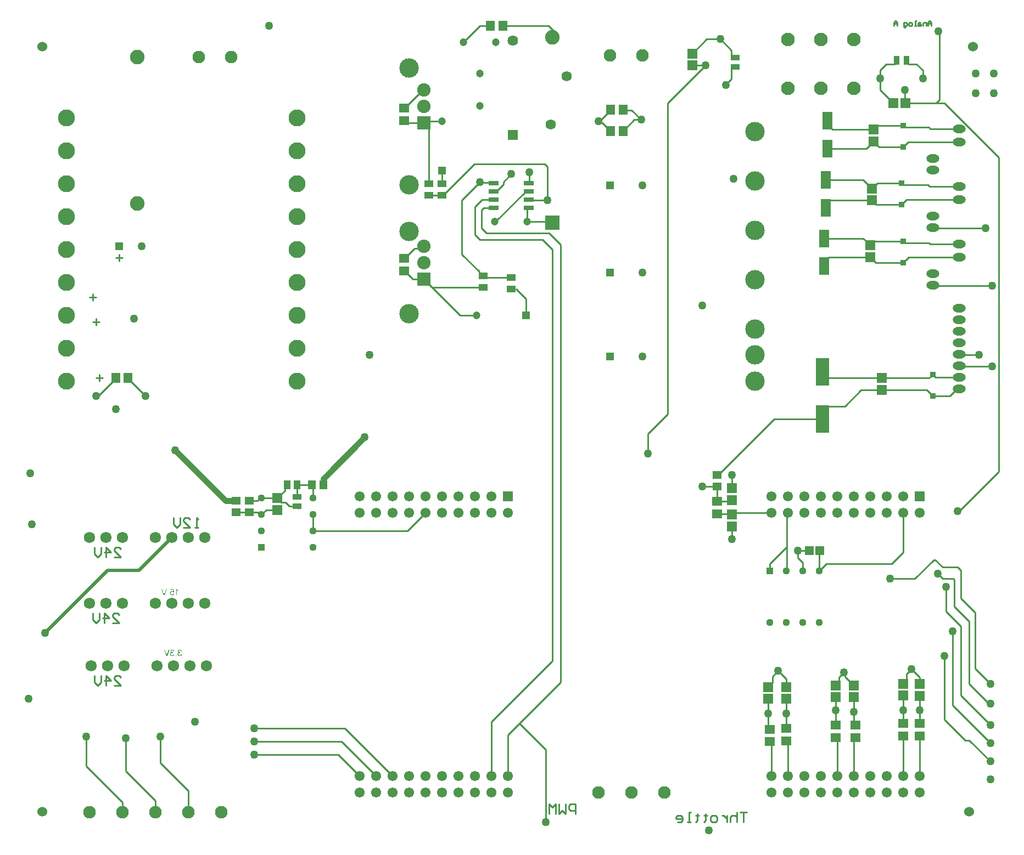
<source format=gbl>
G04*
G04 #@! TF.GenerationSoftware,Altium Limited,Altium Designer,21.2.2 (38)*
G04*
G04 Layer_Physical_Order=4*
G04 Layer_Color=16711680*
%FSLAX25Y25*%
%MOIN*%
G70*
G04*
G04 #@! TF.SameCoordinates,9089D698-1931-4360-AEFD-B440DD5BBD6E*
G04*
G04*
G04 #@! TF.FilePolarity,Positive*
G04*
G01*
G75*
%ADD14C,0.01000*%
%ADD18R,0.05315X0.05709*%
%ADD19R,0.05709X0.04134*%
%ADD21R,0.06004X0.02559*%
%ADD43C,0.04724*%
%ADD44R,0.04724X0.04724*%
%ADD45R,0.04724X0.04724*%
%ADD51C,0.11811*%
%ADD52O,0.07874X0.05118*%
%ADD73C,0.02000*%
%ADD75C,0.06000*%
%ADD76C,0.07677*%
%ADD77R,0.04449X0.04449*%
%ADD78C,0.04449*%
%ADD79R,0.06400X0.06400*%
%ADD80C,0.06400*%
%ADD81C,0.10335*%
%ADD82C,0.06102*%
G04:AMPARAMS|DCode=83|XSize=61.02mil|YSize=61.02mil|CornerRadius=1.83mil|HoleSize=0mil|Usage=FLASHONLY|Rotation=180.000|XOffset=0mil|YOffset=0mil|HoleType=Round|Shape=RoundedRectangle|*
%AMROUNDEDRECTD83*
21,1,0.06102,0.05736,0,0,180.0*
21,1,0.05736,0.06102,0,0,180.0*
1,1,0.00366,-0.02868,0.02868*
1,1,0.00366,0.02868,0.02868*
1,1,0.00366,0.02868,-0.02868*
1,1,0.00366,-0.02868,-0.02868*
%
%ADD83ROUNDEDRECTD83*%
%ADD84C,0.08858*%
%ADD85R,0.08858X0.08858*%
%ADD86R,0.05020X0.05020*%
%ADD87C,0.05020*%
%ADD88R,0.04449X0.04449*%
%ADD89C,0.08268*%
%ADD90C,0.06260*%
%ADD91C,0.08150*%
%ADD92R,0.08150X0.08150*%
%ADD93C,0.06791*%
%ADD94C,0.05000*%
%ADD95R,0.03347X0.03347*%
%ADD96R,0.04528X0.05709*%
%ADD97R,0.05709X0.04528*%
%ADD98R,0.06102X0.06102*%
%ADD99R,0.06299X0.11024*%
%ADD100R,0.06102X0.06102*%
%ADD101R,0.03740X0.05315*%
%ADD102R,0.05315X0.03740*%
%ADD103R,0.06102X0.05315*%
%ADD104R,0.05512X0.05906*%
%ADD105R,0.05315X0.06102*%
%ADD106R,0.03937X0.05315*%
%ADD107R,0.06102X0.05906*%
%ADD108R,0.06102X0.05512*%
%ADD109R,0.08268X0.16535*%
%ADD110C,0.03500*%
G36*
X100962Y115913D02*
X101112Y115885D01*
X101240Y115841D01*
X101351Y115796D01*
X101401Y115769D01*
X101439Y115746D01*
X101478Y115724D01*
X101506Y115702D01*
X101528Y115685D01*
X101545Y115674D01*
X101556Y115669D01*
X101561Y115663D01*
X101667Y115558D01*
X101750Y115441D01*
X101817Y115319D01*
X101872Y115197D01*
X101906Y115091D01*
X101922Y115047D01*
X101933Y115008D01*
X101939Y114975D01*
X101944Y114953D01*
X101950Y114936D01*
Y114930D01*
X101478Y114847D01*
X101456Y114969D01*
X101423Y115075D01*
X101384Y115164D01*
X101345Y115236D01*
X101306Y115291D01*
X101273Y115330D01*
X101251Y115358D01*
X101245Y115363D01*
X101173Y115419D01*
X101095Y115463D01*
X101023Y115491D01*
X100951Y115513D01*
X100884Y115524D01*
X100835Y115535D01*
X100790D01*
X100690Y115530D01*
X100601Y115508D01*
X100524Y115480D01*
X100457Y115452D01*
X100407Y115419D01*
X100368Y115391D01*
X100340Y115369D01*
X100335Y115363D01*
X100274Y115297D01*
X100230Y115225D01*
X100202Y115152D01*
X100180Y115086D01*
X100169Y115025D01*
X100157Y114980D01*
Y114947D01*
Y114942D01*
Y114936D01*
Y114875D01*
X100169Y114819D01*
X100196Y114725D01*
X100235Y114642D01*
X100279Y114570D01*
X100324Y114520D01*
X100363Y114481D01*
X100391Y114459D01*
X100396Y114453D01*
X100402D01*
X100496Y114403D01*
X100585Y114364D01*
X100679Y114337D01*
X100762Y114320D01*
X100835Y114309D01*
X100896Y114298D01*
X100968D01*
X100990Y114303D01*
X101018D01*
X101073Y113887D01*
X101001Y113904D01*
X100934Y113915D01*
X100879Y113926D01*
X100829Y113931D01*
X100790Y113937D01*
X100740D01*
X100624Y113926D01*
X100518Y113904D01*
X100424Y113870D01*
X100346Y113831D01*
X100285Y113793D01*
X100241Y113759D01*
X100213Y113737D01*
X100202Y113726D01*
X100130Y113643D01*
X100074Y113554D01*
X100035Y113465D01*
X100013Y113376D01*
X99997Y113304D01*
X99991Y113243D01*
X99985Y113221D01*
Y113204D01*
Y113193D01*
Y113188D01*
X99997Y113066D01*
X100024Y112955D01*
X100057Y112860D01*
X100102Y112777D01*
X100146Y112710D01*
X100180Y112660D01*
X100207Y112627D01*
X100218Y112616D01*
X100307Y112538D01*
X100402Y112483D01*
X100496Y112444D01*
X100585Y112416D01*
X100663Y112400D01*
X100724Y112394D01*
X100746Y112389D01*
X100779D01*
X100879Y112394D01*
X100973Y112416D01*
X101057Y112444D01*
X101123Y112477D01*
X101179Y112505D01*
X101223Y112533D01*
X101245Y112555D01*
X101256Y112560D01*
X101323Y112638D01*
X101378Y112727D01*
X101428Y112821D01*
X101467Y112921D01*
X101495Y113005D01*
X101506Y113043D01*
X101512Y113077D01*
X101517Y113104D01*
X101523Y113127D01*
X101528Y113138D01*
Y113143D01*
X102000Y113082D01*
X101989Y112994D01*
X101972Y112910D01*
X101922Y112755D01*
X101861Y112622D01*
X101828Y112566D01*
X101795Y112511D01*
X101761Y112461D01*
X101728Y112422D01*
X101700Y112383D01*
X101673Y112355D01*
X101656Y112333D01*
X101639Y112316D01*
X101628Y112305D01*
X101623Y112300D01*
X101556Y112250D01*
X101489Y112200D01*
X101423Y112161D01*
X101351Y112128D01*
X101212Y112072D01*
X101079Y112039D01*
X101018Y112028D01*
X100962Y112017D01*
X100912Y112011D01*
X100868Y112005D01*
X100835Y112000D01*
X100785D01*
X100679Y112005D01*
X100585Y112017D01*
X100490Y112033D01*
X100402Y112056D01*
X100318Y112083D01*
X100246Y112111D01*
X100174Y112144D01*
X100113Y112178D01*
X100052Y112205D01*
X100002Y112239D01*
X99958Y112266D01*
X99924Y112294D01*
X99897Y112316D01*
X99874Y112333D01*
X99863Y112344D01*
X99858Y112350D01*
X99791Y112416D01*
X99736Y112488D01*
X99686Y112560D01*
X99641Y112633D01*
X99608Y112699D01*
X99575Y112771D01*
X99530Y112905D01*
X99519Y112966D01*
X99508Y113021D01*
X99497Y113071D01*
X99491Y113116D01*
X99486Y113149D01*
Y113177D01*
Y113193D01*
Y113199D01*
X99491Y113332D01*
X99514Y113454D01*
X99547Y113559D01*
X99580Y113648D01*
X99613Y113721D01*
X99647Y113776D01*
X99669Y113809D01*
X99674Y113820D01*
X99752Y113904D01*
X99835Y113976D01*
X99924Y114031D01*
X100013Y114076D01*
X100091Y114109D01*
X100152Y114131D01*
X100174Y114137D01*
X100191Y114142D01*
X100202Y114148D01*
X100207D01*
X100113Y114198D01*
X100035Y114248D01*
X99969Y114303D01*
X99913Y114353D01*
X99869Y114398D01*
X99835Y114436D01*
X99819Y114459D01*
X99813Y114470D01*
X99769Y114548D01*
X99736Y114625D01*
X99708Y114703D01*
X99691Y114775D01*
X99680Y114836D01*
X99674Y114880D01*
Y114914D01*
Y114925D01*
X99680Y115019D01*
X99697Y115114D01*
X99719Y115197D01*
X99747Y115269D01*
X99774Y115330D01*
X99797Y115380D01*
X99813Y115408D01*
X99819Y115419D01*
X99874Y115502D01*
X99941Y115574D01*
X100008Y115635D01*
X100074Y115691D01*
X100130Y115730D01*
X100180Y115763D01*
X100213Y115779D01*
X100218Y115785D01*
X100224D01*
X100324Y115830D01*
X100424Y115863D01*
X100524Y115891D01*
X100612Y115907D01*
X100685Y115918D01*
X100746Y115924D01*
X100884D01*
X100962Y115913D01*
D02*
G37*
G36*
X96483D02*
X96633Y115885D01*
X96761Y115841D01*
X96872Y115796D01*
X96922Y115769D01*
X96961Y115746D01*
X97000Y115724D01*
X97027Y115702D01*
X97049Y115685D01*
X97066Y115674D01*
X97077Y115669D01*
X97083Y115663D01*
X97188Y115558D01*
X97271Y115441D01*
X97338Y115319D01*
X97394Y115197D01*
X97427Y115091D01*
X97443Y115047D01*
X97455Y115008D01*
X97460Y114975D01*
X97466Y114953D01*
X97471Y114936D01*
Y114930D01*
X97000Y114847D01*
X96977Y114969D01*
X96944Y115075D01*
X96905Y115164D01*
X96866Y115236D01*
X96827Y115291D01*
X96794Y115330D01*
X96772Y115358D01*
X96766Y115363D01*
X96694Y115419D01*
X96617Y115463D01*
X96544Y115491D01*
X96472Y115513D01*
X96406Y115524D01*
X96356Y115535D01*
X96311D01*
X96211Y115530D01*
X96123Y115508D01*
X96045Y115480D01*
X95978Y115452D01*
X95928Y115419D01*
X95889Y115391D01*
X95862Y115369D01*
X95856Y115363D01*
X95795Y115297D01*
X95751Y115225D01*
X95723Y115152D01*
X95701Y115086D01*
X95690Y115025D01*
X95679Y114980D01*
Y114947D01*
Y114942D01*
Y114936D01*
Y114875D01*
X95690Y114819D01*
X95717Y114725D01*
X95756Y114642D01*
X95801Y114570D01*
X95845Y114520D01*
X95884Y114481D01*
X95912Y114459D01*
X95917Y114453D01*
X95923D01*
X96017Y114403D01*
X96106Y114364D01*
X96200Y114337D01*
X96284Y114320D01*
X96356Y114309D01*
X96417Y114298D01*
X96489D01*
X96511Y114303D01*
X96539D01*
X96594Y113887D01*
X96522Y113904D01*
X96456Y113915D01*
X96400Y113926D01*
X96350Y113931D01*
X96311Y113937D01*
X96261D01*
X96145Y113926D01*
X96039Y113904D01*
X95945Y113870D01*
X95867Y113831D01*
X95806Y113793D01*
X95762Y113759D01*
X95734Y113737D01*
X95723Y113726D01*
X95651Y113643D01*
X95595Y113554D01*
X95556Y113465D01*
X95534Y113376D01*
X95518Y113304D01*
X95512Y113243D01*
X95507Y113221D01*
Y113204D01*
Y113193D01*
Y113188D01*
X95518Y113066D01*
X95545Y112955D01*
X95579Y112860D01*
X95623Y112777D01*
X95667Y112710D01*
X95701Y112660D01*
X95728Y112627D01*
X95740Y112616D01*
X95828Y112538D01*
X95923Y112483D01*
X96017Y112444D01*
X96106Y112416D01*
X96184Y112400D01*
X96245Y112394D01*
X96267Y112389D01*
X96300D01*
X96400Y112394D01*
X96494Y112416D01*
X96578Y112444D01*
X96644Y112477D01*
X96700Y112505D01*
X96744Y112533D01*
X96766Y112555D01*
X96777Y112560D01*
X96844Y112638D01*
X96899Y112727D01*
X96949Y112821D01*
X96988Y112921D01*
X97016Y113005D01*
X97027Y113043D01*
X97033Y113077D01*
X97038Y113104D01*
X97044Y113127D01*
X97049Y113138D01*
Y113143D01*
X97521Y113082D01*
X97510Y112994D01*
X97493Y112910D01*
X97443Y112755D01*
X97382Y112622D01*
X97349Y112566D01*
X97316Y112511D01*
X97282Y112461D01*
X97249Y112422D01*
X97221Y112383D01*
X97194Y112355D01*
X97177Y112333D01*
X97160Y112316D01*
X97149Y112305D01*
X97144Y112300D01*
X97077Y112250D01*
X97011Y112200D01*
X96944Y112161D01*
X96872Y112128D01*
X96733Y112072D01*
X96600Y112039D01*
X96539Y112028D01*
X96483Y112017D01*
X96433Y112011D01*
X96389Y112005D01*
X96356Y112000D01*
X96306D01*
X96200Y112005D01*
X96106Y112017D01*
X96012Y112033D01*
X95923Y112056D01*
X95840Y112083D01*
X95767Y112111D01*
X95695Y112144D01*
X95634Y112178D01*
X95573Y112205D01*
X95523Y112239D01*
X95479Y112266D01*
X95446Y112294D01*
X95418Y112316D01*
X95395Y112333D01*
X95384Y112344D01*
X95379Y112350D01*
X95312Y112416D01*
X95257Y112488D01*
X95207Y112560D01*
X95162Y112633D01*
X95129Y112699D01*
X95096Y112771D01*
X95051Y112905D01*
X95040Y112966D01*
X95029Y113021D01*
X95018Y113071D01*
X95012Y113116D01*
X95007Y113149D01*
Y113177D01*
Y113193D01*
Y113199D01*
X95012Y113332D01*
X95035Y113454D01*
X95068Y113559D01*
X95101Y113648D01*
X95135Y113721D01*
X95168Y113776D01*
X95190Y113809D01*
X95196Y113820D01*
X95273Y113904D01*
X95357Y113976D01*
X95446Y114031D01*
X95534Y114076D01*
X95612Y114109D01*
X95673Y114131D01*
X95695Y114137D01*
X95712Y114142D01*
X95723Y114148D01*
X95728D01*
X95634Y114198D01*
X95556Y114248D01*
X95490Y114303D01*
X95434Y114353D01*
X95390Y114398D01*
X95357Y114436D01*
X95340Y114459D01*
X95335Y114470D01*
X95290Y114548D01*
X95257Y114625D01*
X95229Y114703D01*
X95212Y114775D01*
X95201Y114836D01*
X95196Y114880D01*
Y114914D01*
Y114925D01*
X95201Y115019D01*
X95218Y115114D01*
X95240Y115197D01*
X95268Y115269D01*
X95296Y115330D01*
X95318Y115380D01*
X95335Y115408D01*
X95340Y115419D01*
X95395Y115502D01*
X95462Y115574D01*
X95529Y115635D01*
X95595Y115691D01*
X95651Y115730D01*
X95701Y115763D01*
X95734Y115779D01*
X95740Y115785D01*
X95745D01*
X95845Y115830D01*
X95945Y115863D01*
X96045Y115891D01*
X96134Y115907D01*
X96206Y115918D01*
X96267Y115924D01*
X96406D01*
X96483Y115913D01*
D02*
G37*
G36*
X93259Y112067D02*
X92726D01*
X91227Y115907D01*
X91744D01*
X92787Y113116D01*
X92831Y112999D01*
X92870Y112888D01*
X92904Y112783D01*
X92931Y112688D01*
X92959Y112605D01*
X92976Y112544D01*
X92981Y112522D01*
X92987Y112505D01*
X92992Y112494D01*
Y112488D01*
X93059Y112710D01*
X93092Y112816D01*
X93125Y112910D01*
X93153Y112994D01*
X93164Y113027D01*
X93170Y113060D01*
X93181Y113082D01*
X93187Y113099D01*
X93192Y113110D01*
Y113116D01*
X94191Y115907D01*
X94746D01*
X93259Y112067D01*
D02*
G37*
G36*
X98753D02*
X98215D01*
Y112605D01*
X98753D01*
Y112067D01*
D02*
G37*
G36*
X98945Y152763D02*
X99007Y152674D01*
X99079Y152585D01*
X99145Y152508D01*
X99212Y152441D01*
X99262Y152385D01*
X99284Y152369D01*
X99301Y152352D01*
X99306Y152347D01*
X99312Y152341D01*
X99428Y152247D01*
X99545Y152158D01*
X99656Y152080D01*
X99767Y152019D01*
X99861Y151964D01*
X99900Y151942D01*
X99933Y151925D01*
X99961Y151908D01*
X99983Y151903D01*
X99994Y151892D01*
X100000D01*
Y151436D01*
X99917Y151470D01*
X99834Y151509D01*
X99750Y151548D01*
X99673Y151586D01*
X99606Y151620D01*
X99550Y151647D01*
X99517Y151670D01*
X99512Y151675D01*
X99506D01*
X99406Y151736D01*
X99317Y151797D01*
X99240Y151853D01*
X99179Y151903D01*
X99123Y151942D01*
X99090Y151975D01*
X99062Y151997D01*
X99057Y152003D01*
Y149000D01*
X98585D01*
Y152857D01*
X98890D01*
X98945Y152763D01*
D02*
G37*
G36*
X97292Y150815D02*
X96848Y150754D01*
X96809Y150815D01*
X96759Y150865D01*
X96714Y150915D01*
X96670Y150954D01*
X96626Y150981D01*
X96592Y151009D01*
X96570Y151020D01*
X96565Y151026D01*
X96492Y151059D01*
X96420Y151087D01*
X96354Y151103D01*
X96287Y151120D01*
X96232Y151126D01*
X96187Y151131D01*
X96082D01*
X96015Y151120D01*
X95899Y151092D01*
X95799Y151054D01*
X95710Y151015D01*
X95643Y150970D01*
X95593Y150931D01*
X95565Y150904D01*
X95554Y150898D01*
Y150893D01*
X95477Y150798D01*
X95421Y150698D01*
X95382Y150593D01*
X95355Y150487D01*
X95338Y150399D01*
X95332Y150360D01*
Y150326D01*
X95327Y150299D01*
Y150277D01*
Y150265D01*
Y150260D01*
Y150182D01*
X95338Y150110D01*
X95366Y149971D01*
X95405Y149855D01*
X95443Y149760D01*
X95488Y149683D01*
X95527Y149622D01*
X95543Y149605D01*
X95554Y149588D01*
X95560Y149583D01*
X95565Y149577D01*
X95610Y149533D01*
X95654Y149494D01*
X95754Y149427D01*
X95849Y149383D01*
X95943Y149355D01*
X96021Y149333D01*
X96087Y149327D01*
X96109Y149322D01*
X96143D01*
X96248Y149327D01*
X96343Y149350D01*
X96426Y149377D01*
X96492Y149411D01*
X96553Y149444D01*
X96598Y149472D01*
X96620Y149494D01*
X96631Y149499D01*
X96698Y149577D01*
X96753Y149660D01*
X96798Y149755D01*
X96831Y149838D01*
X96853Y149921D01*
X96870Y149982D01*
X96875Y150010D01*
X96881Y150027D01*
Y150038D01*
Y150043D01*
X97375Y150004D01*
X97364Y149916D01*
X97347Y149832D01*
X97297Y149677D01*
X97236Y149544D01*
X97203Y149483D01*
X97170Y149433D01*
X97142Y149383D01*
X97109Y149339D01*
X97081Y149305D01*
X97053Y149277D01*
X97031Y149255D01*
X97020Y149233D01*
X97009Y149227D01*
X97003Y149222D01*
X96936Y149172D01*
X96870Y149128D01*
X96798Y149089D01*
X96725Y149056D01*
X96587Y149005D01*
X96448Y148972D01*
X96387Y148956D01*
X96326Y148950D01*
X96276Y148944D01*
X96232Y148939D01*
X96193Y148933D01*
X96143D01*
X96026Y148939D01*
X95915Y148956D01*
X95810Y148978D01*
X95715Y149005D01*
X95627Y149044D01*
X95543Y149083D01*
X95466Y149122D01*
X95399Y149167D01*
X95338Y149211D01*
X95283Y149250D01*
X95238Y149294D01*
X95199Y149327D01*
X95171Y149355D01*
X95149Y149377D01*
X95138Y149394D01*
X95133Y149400D01*
X95077Y149472D01*
X95033Y149549D01*
X94988Y149622D01*
X94955Y149699D01*
X94899Y149849D01*
X94866Y149994D01*
X94855Y150055D01*
X94844Y150116D01*
X94839Y150165D01*
X94833Y150210D01*
X94827Y150249D01*
Y150277D01*
Y150293D01*
Y150299D01*
X94833Y150399D01*
X94844Y150493D01*
X94861Y150587D01*
X94883Y150671D01*
X94911Y150748D01*
X94938Y150826D01*
X94972Y150893D01*
X94999Y150954D01*
X95033Y151009D01*
X95066Y151059D01*
X95094Y151098D01*
X95122Y151137D01*
X95144Y151164D01*
X95160Y151181D01*
X95171Y151192D01*
X95177Y151198D01*
X95244Y151259D01*
X95310Y151314D01*
X95382Y151359D01*
X95455Y151398D01*
X95527Y151436D01*
X95599Y151464D01*
X95732Y151503D01*
X95793Y151520D01*
X95849Y151531D01*
X95899Y151536D01*
X95943Y151542D01*
X95976Y151548D01*
X96098D01*
X96165Y151536D01*
X96298Y151509D01*
X96420Y151470D01*
X96531Y151425D01*
X96620Y151381D01*
X96659Y151359D01*
X96692Y151342D01*
X96720Y151326D01*
X96737Y151314D01*
X96748Y151309D01*
X96753Y151303D01*
X96548Y152341D01*
X95011D01*
Y152791D01*
X96920D01*
X97292Y150815D01*
D02*
G37*
G36*
X91614Y149000D02*
X91081D01*
X89583Y152841D01*
X90099D01*
X91142Y150049D01*
X91187Y149932D01*
X91225Y149821D01*
X91259Y149716D01*
X91286Y149622D01*
X91314Y149538D01*
X91331Y149477D01*
X91337Y149455D01*
X91342Y149438D01*
X91348Y149427D01*
Y149422D01*
X91414Y149644D01*
X91448Y149749D01*
X91481Y149844D01*
X91509Y149927D01*
X91520Y149960D01*
X91525Y149994D01*
X91536Y150016D01*
X91542Y150032D01*
X91547Y150043D01*
Y150049D01*
X92546Y152841D01*
X93101D01*
X91614Y149000D01*
D02*
G37*
D14*
X561320Y491893D02*
X562000Y491214D01*
Y450000D02*
Y491214D01*
X560000Y448000D02*
X562000Y450000D01*
X376803Y438000D02*
X381000D01*
X370000Y444000D02*
X370197Y443803D01*
X370000Y431197D02*
X376803Y438000D01*
X375197Y443803D02*
X381000Y438000D01*
X370197Y443803D02*
X375197D01*
X355716Y437000D02*
X362520Y443803D01*
X357482Y436235D02*
X362520Y431197D01*
X356482Y436235D02*
X357482D01*
X355000Y437000D02*
X355716D01*
X356482Y436235D01*
X260000Y399284D02*
Y406988D01*
X489000Y163630D02*
Y175504D01*
X489496Y176000D01*
X489000Y163630D02*
X493370Y168000D01*
X533000D01*
X479000Y163630D02*
Y168798D01*
X469000Y163630D02*
X469500Y164130D01*
X459000Y163630D02*
Y168000D01*
X545000Y104000D02*
X550000Y99000D01*
X545000Y104000D02*
Y104000D01*
X550000Y95000D02*
Y99000D01*
X540000Y95284D02*
X542172Y97455D01*
Y101172D01*
X545000Y104000D01*
X464000Y103000D02*
X469000Y98000D01*
Y93283D02*
Y98000D01*
X460551Y99551D02*
X464000Y103000D01*
X458000Y93283D02*
X460551Y95835D01*
Y99551D01*
X305000Y335000D02*
X311024Y328976D01*
Y319000D02*
Y328976D01*
X307000Y71000D02*
X332000Y96000D01*
X300000Y64000D02*
X307000Y71000D01*
X323000Y55000D01*
Y11000D02*
Y55000D01*
X575000Y147000D02*
X583617Y138383D01*
Y104383D02*
X593000Y95000D01*
X583617Y104383D02*
Y138383D01*
X571000Y142000D02*
X580000Y133000D01*
Y95000D02*
Y133000D01*
X571000Y142000D02*
Y158414D01*
X575000Y147000D02*
Y164000D01*
X573000Y166000D02*
X575000Y164000D01*
X564000Y166000D02*
X573000D01*
X566000Y139000D02*
Y154000D01*
Y139000D02*
X575000Y130000D01*
Y88000D02*
Y130000D01*
Y88000D02*
X593000Y70000D01*
X580000Y95000D02*
X592000Y83000D01*
X558586Y170586D02*
X559414D01*
X547000Y159000D02*
X558586Y170586D01*
X559414D02*
X564000Y166000D01*
X570414Y159000D02*
X571000Y158414D01*
X564000Y159000D02*
X570414D01*
X561000Y162000D02*
X564000Y159000D01*
X532000D02*
X547000D01*
X592000Y83000D02*
X593000D01*
X570000Y82000D02*
X593000Y59000D01*
X570000Y82000D02*
Y127000D01*
X577672Y60919D02*
X580081D01*
X565000Y73591D02*
Y112000D01*
Y73591D02*
X577672Y60919D01*
X580081D02*
X593000Y48000D01*
X560000Y448000D02*
X565073D01*
X541284D02*
X560000D01*
X504000Y102000D02*
X504765Y101235D01*
X504000Y102000D02*
Y102000D01*
X504765Y99518D02*
X510000Y94283D01*
X504765Y99518D02*
Y101235D01*
X499000Y94283D02*
X501172Y96455D01*
Y99172D01*
X504000Y102000D01*
X164923Y205547D02*
X167471Y203000D01*
X172000D01*
X162453Y205547D02*
X164923D01*
X160000Y208000D02*
X162453Y205547D01*
X171906Y216000D02*
X172000Y215905D01*
Y208906D02*
Y215905D01*
X187890Y216000D02*
Y219890D01*
X324000Y389000D02*
Y409414D01*
X322414Y411000D02*
X324000Y409414D01*
X279787Y411000D02*
X322414D01*
X260000Y392000D02*
X260787D01*
X279787Y411000D01*
X252000Y392000D02*
X260000D01*
X252000Y399284D02*
Y433000D01*
X249000Y436000D02*
X252000Y433000D01*
X326598Y376000D02*
X329000Y378402D01*
X311685Y376000D02*
X326598D01*
X311685Y383720D02*
X312465Y384500D01*
X311685Y376000D02*
Y383720D01*
X312465Y384500D02*
X312677D01*
X292000Y376000D02*
X292455D01*
X310955Y394500D01*
X312677D01*
X313000Y399823D02*
Y406000D01*
X312677Y399500D02*
X313000Y399823D01*
X272000Y389000D02*
X283000Y400000D01*
X272000Y356283D02*
Y389000D01*
X282646Y344850D02*
X284213Y343284D01*
X282646Y344850D02*
Y345638D01*
X272000Y356283D02*
X282646Y345638D01*
X284213Y343284D02*
X285000D01*
X254000Y336000D02*
X285000D01*
X290000Y72000D02*
X327000Y109000D01*
Y359000D01*
X321000Y365000D02*
X327000Y359000D01*
X283000Y365000D02*
X321000D01*
X280000Y368000D02*
X283000Y365000D01*
X280000Y368000D02*
Y385000D01*
X284500Y389500D01*
X291323D01*
X332000Y96000D02*
Y362000D01*
X287000Y369000D02*
X325000D01*
X332000Y362000D01*
X284000Y372000D02*
Y383000D01*
Y372000D02*
X287000Y369000D01*
X284000Y383000D02*
X285500Y384500D01*
X291323D01*
X300000Y39000D02*
Y64000D01*
X290000Y39000D02*
Y72000D01*
X297000Y495000D02*
X324615D01*
X283000D02*
X289323D01*
X273000Y485000D02*
X283000Y495000D01*
X370000Y431000D02*
Y431197D01*
X362520Y431000D02*
Y431197D01*
Y443803D02*
Y444000D01*
X461590Y256000D02*
X491000D01*
X427000Y222000D02*
X427591D01*
X461590Y256000D01*
X286000Y342284D02*
X302000D01*
X285000Y343284D02*
X286000Y342284D01*
X254000Y336000D02*
X271000Y319000D01*
X249000Y341000D02*
X254000Y336000D01*
X271000Y319000D02*
X281000D01*
X146000Y68000D02*
X201000D01*
X230000Y39000D01*
X146000Y60000D02*
X199000D01*
X220000Y39000D01*
X197000Y52000D02*
X210000Y39000D01*
X146000Y52000D02*
X197000D01*
X324615Y495000D02*
X328615Y491000D01*
X329000D01*
X239000Y188000D02*
X250000Y199000D01*
X181630Y188000D02*
X239000D01*
X181630D02*
Y198000D01*
X297259Y398714D02*
Y400259D01*
X302000Y405000D01*
X385000Y247000D02*
X397000Y259000D01*
Y448000D01*
X385000Y235000D02*
Y247000D01*
X397000Y448000D02*
X420000Y471000D01*
X432500Y459500D02*
X435843Y462843D01*
X432500Y459000D02*
Y459500D01*
X426890Y215000D02*
X427000Y215110D01*
X418000Y215000D02*
X426890D01*
X69480Y280803D02*
X80000Y270284D01*
Y270000D02*
Y270284D01*
X69480Y280803D02*
Y281000D01*
X50000Y270000D02*
X50765Y270765D01*
X62000Y280803D02*
Y281000D01*
X51962Y270765D02*
X62000Y280803D01*
X50765Y270765D02*
X51962D01*
X181630Y208000D02*
Y215370D01*
X181000Y216000D02*
X181630Y215370D01*
X171906Y216000D02*
X181000D01*
X164532Y214531D02*
X166000Y216000D01*
X160000Y208000D02*
X160098D01*
X164532Y212433D01*
Y214531D01*
X172000Y203000D02*
X173047Y201953D01*
X150370Y208000D02*
X160000D01*
X143000Y206445D02*
X147882D01*
X149437Y208000D01*
X150370D01*
Y198000D02*
X153284Y200913D01*
X160000D01*
X147882Y199555D02*
X149437Y198000D01*
X143000Y199555D02*
X147882D01*
X149437Y198000D02*
X150370D01*
X135000Y199555D02*
X143000D01*
X598000Y224000D02*
Y415073D01*
X574000Y200000D02*
X598000Y224000D01*
X573000Y200000D02*
X574000D01*
X565073Y448000D02*
X598000Y415073D01*
X593750Y337250D02*
X594000Y337000D01*
X558234Y337250D02*
X593750D01*
X556452Y432535D02*
X574126D01*
X574376Y288250D02*
X593750D01*
X594000Y288000D01*
X574126Y288500D02*
X574376Y288250D01*
Y295250D02*
X585750D01*
X586000Y295000D01*
X476000Y171798D02*
Y176000D01*
Y171798D02*
X479000Y168798D01*
X476000Y176000D02*
X483000D01*
X557984Y337500D02*
X558234Y337250D01*
Y372250D02*
X589750D01*
X557984Y372500D02*
X558234Y372250D01*
X589750D02*
X590000Y372000D01*
X526000Y463000D02*
Y468000D01*
Y456000D02*
Y463000D01*
X529843Y471842D02*
X534630D01*
X526000Y468000D02*
X529843Y471842D01*
X534630D02*
X536000Y473213D01*
Y474000D01*
X548158Y471842D02*
X552000Y468000D01*
Y463000D02*
Y468000D01*
X543276Y471842D02*
X548158D01*
X541905Y473213D02*
X543276Y471842D01*
X541905Y473213D02*
Y474000D01*
X526000Y456000D02*
X534000Y448000D01*
X541000Y448283D02*
Y456000D01*
Y448283D02*
X541284Y448000D01*
X412000Y478284D02*
X420716Y487000D01*
X429000D01*
X412000Y471000D02*
X420000D01*
X435843Y462843D02*
Y468630D01*
X437213Y470000D02*
X438000D01*
X435843Y468630D02*
X437213Y470000D01*
X435843Y477276D02*
X437213Y475906D01*
X429000Y487000D02*
X435843Y480158D01*
X437213Y475906D02*
X438000D01*
X435843Y477276D02*
Y480158D01*
X550000Y39000D02*
Y63520D01*
X540000Y39000D02*
Y63520D01*
X510000Y39000D02*
Y61520D01*
X511000Y62520D01*
X500000Y39000D02*
Y61520D01*
X499000Y62520D02*
X500000Y61520D01*
X469000Y60520D02*
X470000Y59520D01*
Y39000D02*
Y59520D01*
X460000Y39000D02*
Y59000D01*
X459000Y60000D02*
X460000Y59000D01*
X540000Y175000D02*
Y199000D01*
X533000Y168000D02*
X540000Y175000D01*
X436000Y183000D02*
Y190717D01*
Y214000D02*
Y222000D01*
X427000Y206000D02*
Y215110D01*
X435284Y206000D02*
X436000Y206716D01*
X427000Y206000D02*
X435284D01*
X435480Y198520D02*
X436000Y198000D01*
X427000Y198520D02*
X435480D01*
X437000Y199000D02*
X460000D01*
X436000Y198000D02*
X437000Y199000D01*
X469500Y178500D02*
Y198500D01*
Y164130D02*
Y178500D01*
X459000Y168000D02*
X469500Y178500D01*
Y198500D02*
X470000Y199000D01*
X540000Y71000D02*
Y88000D01*
X550000Y71000D02*
Y79000D01*
Y87717D01*
X510000Y78000D02*
Y87000D01*
Y71000D02*
Y78000D01*
Y71000D02*
X511000Y70000D01*
X499000D02*
Y79000D01*
Y87000D01*
X469000Y77000D02*
Y86000D01*
Y68000D02*
Y77000D01*
X458000Y68480D02*
X459000Y67480D01*
X458000Y68480D02*
Y77000D01*
Y86000D01*
X574126Y295500D02*
X574376Y295250D01*
X559689Y281500D02*
X574126D01*
X558000Y283189D02*
X559689Y281500D01*
X568248Y270000D02*
X572748Y274500D01*
X574126D01*
X558000Y270000D02*
X568248D01*
X527000Y273716D02*
X554284D01*
X558000Y270000D01*
X555811Y281000D02*
X558000Y283189D01*
X527000Y281000D02*
X555811D01*
X494634Y263768D02*
X504567D01*
X491000Y256000D02*
Y260134D01*
X494634Y263768D01*
X504567D02*
X514516Y273716D01*
X527000D01*
X494634Y281000D02*
X527000D01*
X491000Y284634D02*
Y284937D01*
Y284634D02*
X494634Y281000D01*
X543465Y354465D02*
X574126D01*
X540000Y351000D02*
X543465Y354465D01*
X555769Y363016D02*
X556250Y362535D01*
X574126D01*
X540000Y364189D02*
X541173Y363016D01*
X555769D01*
X542059Y389465D02*
X574126D01*
X539000Y386405D02*
X542059Y389465D01*
X540173Y398421D02*
X555067D01*
X555952Y397535D01*
X539000Y399594D02*
X540173Y398421D01*
X555952Y397535D02*
X574126D01*
X543059Y424465D02*
X574126D01*
X540000Y421406D02*
X543059Y424465D01*
X555567Y433421D02*
X556452Y432535D01*
X540000Y434594D02*
X541173Y433421D01*
X555567D01*
X494000Y420535D02*
X517819D01*
X312677Y389500D02*
X312927Y389250D01*
X323750D01*
X283250Y399750D02*
X291073D01*
X291323Y399500D01*
X293045Y394500D02*
X297259Y398714D01*
X291323Y394500D02*
X293045D01*
X323750Y389250D02*
X324000Y389000D01*
X237394Y346000D02*
X242394Y341000D01*
X237000Y346000D02*
X237394D01*
X242394Y341000D02*
X249000D01*
X237000Y353677D02*
X237394D01*
X243425Y359709D01*
X247709D01*
X249000Y361000D01*
X237000Y445000D02*
X237394D01*
X248394Y456000D01*
X249000D01*
X237000Y437323D02*
X238323Y436000D01*
X249000D01*
X250012Y437012D01*
X260000D01*
X68000Y42000D02*
Y62000D01*
Y42000D02*
X86000Y24000D01*
Y17000D02*
Y24000D01*
X44000Y45000D02*
X66000Y23000D01*
Y17000D02*
Y23000D01*
X44000Y45000D02*
Y63000D01*
X89000Y47000D02*
Y63000D01*
Y47000D02*
X106000Y30000D01*
Y17000D02*
Y30000D01*
X524594Y434594D02*
X540000D01*
X522000Y432000D02*
X524594Y434594D01*
X522000Y424717D02*
X525311Y421406D01*
X540000D01*
X494000Y435102D02*
Y437465D01*
X497102Y432000D02*
X522000D01*
X494000Y435102D02*
X497102Y432000D01*
X517819Y420535D02*
X522000Y424717D01*
X515713Y365929D02*
X520000Y361642D01*
X492000Y365929D02*
X515713D01*
X492000Y351362D02*
X494996Y354358D01*
X492000Y349000D02*
Y351362D01*
X494996Y354358D02*
X520000D01*
X523358Y351000D01*
X540000D01*
X520000Y361642D02*
X522547Y364189D01*
X540000D01*
X521000Y396284D02*
X524311Y399594D01*
X539000D01*
X493000Y401465D02*
X515819D01*
X521000Y396284D01*
X493000Y386350D02*
X495650Y389000D01*
X521000D01*
X493000Y384535D02*
Y386350D01*
X521000Y389000D02*
X523595Y386405D01*
X539000D01*
X341000Y16000D02*
Y21998D01*
X338001D01*
X337001Y20998D01*
Y18999D01*
X338001Y17999D01*
X341000D01*
X335002Y21998D02*
Y16000D01*
X333003Y17999D01*
X331003Y16000D01*
Y21998D01*
X329004Y16000D02*
Y21998D01*
X327005Y19999D01*
X325005Y21998D01*
Y16000D01*
X48000Y314999D02*
X51999D01*
X49999Y316999D02*
Y313000D01*
X46000Y329999D02*
X49999D01*
X47999Y331999D02*
Y328000D01*
X50000Y280999D02*
X53999D01*
X51999Y282999D02*
Y279000D01*
X62000Y353999D02*
X65999D01*
X63999Y355999D02*
Y352000D01*
X112000Y190000D02*
X110001D01*
X111000D01*
Y195998D01*
X112000Y194998D01*
X103003Y190000D02*
X107002D01*
X103003Y193999D01*
Y194998D01*
X104003Y195998D01*
X106002D01*
X107002Y194998D01*
X101004Y195998D02*
Y191999D01*
X99004Y190000D01*
X97005Y191999D01*
Y195998D01*
X61001Y172000D02*
X65000D01*
X61001Y175999D01*
Y176998D01*
X62001Y177998D01*
X64000D01*
X65000Y176998D01*
X56003Y172000D02*
Y177998D01*
X59002Y174999D01*
X55003D01*
X53004Y177998D02*
Y173999D01*
X51004Y172000D01*
X49005Y173999D01*
Y177998D01*
X60001Y132000D02*
X64000D01*
X60001Y135999D01*
Y136998D01*
X61001Y137998D01*
X63000D01*
X64000Y136998D01*
X55003Y132000D02*
Y137998D01*
X58002Y134999D01*
X54003D01*
X52004Y137998D02*
Y133999D01*
X50005Y132000D01*
X48005Y133999D01*
Y137998D01*
X61001Y94000D02*
X65000D01*
X61001Y97999D01*
Y98998D01*
X62001Y99998D01*
X64000D01*
X65000Y98998D01*
X56003Y94000D02*
Y99998D01*
X59002Y96999D01*
X55003D01*
X53004Y99998D02*
Y95999D01*
X51004Y94000D01*
X49005Y95999D01*
Y99998D01*
X445000Y16998D02*
X441001D01*
X443001D01*
Y11000D01*
X439002Y16998D02*
Y11000D01*
Y13999D01*
X438002Y14999D01*
X436003D01*
X435003Y13999D01*
Y11000D01*
X433004Y14999D02*
Y11000D01*
Y12999D01*
X432004Y13999D01*
X431004Y14999D01*
X430005D01*
X426006Y11000D02*
X424007D01*
X423007Y12000D01*
Y13999D01*
X424007Y14999D01*
X426006D01*
X427006Y13999D01*
Y12000D01*
X426006Y11000D01*
X420008Y15998D02*
Y14999D01*
X421008D01*
X419008D01*
X420008D01*
Y12000D01*
X419008Y11000D01*
X415010Y15998D02*
Y14999D01*
X416009D01*
X414010D01*
X415010D01*
Y12000D01*
X414010Y11000D01*
X411011D02*
X409012D01*
X410011D01*
Y16998D01*
X411011D01*
X403014Y11000D02*
X405013D01*
X406013Y12000D01*
Y13999D01*
X405013Y14999D01*
X403014D01*
X402014Y13999D01*
Y12999D01*
X406013D01*
X557000Y495000D02*
Y496999D01*
X556000Y497999D01*
X555001Y496999D01*
Y495000D01*
Y496499D01*
X557000D01*
X554001Y495000D02*
Y496999D01*
X552501D01*
X552002Y496499D01*
Y495000D01*
X550502Y496999D02*
X549502D01*
X549003Y496499D01*
Y495000D01*
X550502D01*
X551002Y495500D01*
X550502Y495999D01*
X549003D01*
X548003Y495000D02*
X547003D01*
X547503D01*
Y497999D01*
X548003D01*
X545004Y495000D02*
X544004D01*
X543504Y495500D01*
Y496499D01*
X544004Y496999D01*
X545004D01*
X545504Y496499D01*
Y495500D01*
X545004Y495000D01*
X541505Y494000D02*
X541005D01*
X540505Y494500D01*
Y496999D01*
X542005D01*
X542505Y496499D01*
Y495500D01*
X542005Y495000D01*
X540505D01*
X536507D02*
Y496999D01*
X535507Y497999D01*
X534507Y496999D01*
Y495000D01*
Y496499D01*
X536507D01*
D18*
X489496Y176000D02*
D03*
X483000D02*
D03*
D19*
X260000Y392000D02*
D03*
Y399284D02*
D03*
X252000Y392000D02*
D03*
Y399284D02*
D03*
X285000Y343284D02*
D03*
Y336000D02*
D03*
X302000Y342284D02*
D03*
Y335000D02*
D03*
D21*
X312677Y384500D02*
D03*
Y389500D02*
D03*
Y394500D02*
D03*
Y399500D02*
D03*
X291323D02*
D03*
Y394500D02*
D03*
Y389500D02*
D03*
Y384500D02*
D03*
D43*
X260000Y437012D02*
D03*
X281000Y319000D02*
D03*
X292000Y376000D02*
D03*
X311685D02*
D03*
X273000Y485000D02*
D03*
X292685D02*
D03*
X283000Y446315D02*
D03*
Y466000D02*
D03*
D44*
X260000Y406988D02*
D03*
D45*
X311024Y319000D02*
D03*
D51*
X240000Y469606D02*
D03*
Y320000D02*
D03*
Y370000D02*
D03*
Y398346D02*
D03*
X449874Y430748D02*
D03*
Y400748D02*
D03*
Y370748D02*
D03*
Y340748D02*
D03*
Y310748D02*
D03*
Y295000D02*
D03*
Y279252D02*
D03*
D52*
X557984Y414500D02*
D03*
Y407500D02*
D03*
Y379500D02*
D03*
Y372500D02*
D03*
Y344500D02*
D03*
Y337500D02*
D03*
X574126Y432535D02*
D03*
Y424465D02*
D03*
Y397535D02*
D03*
Y389465D02*
D03*
Y362535D02*
D03*
Y354465D02*
D03*
Y316500D02*
D03*
Y309500D02*
D03*
Y302500D02*
D03*
Y295500D02*
D03*
Y288500D02*
D03*
Y281500D02*
D03*
Y274500D02*
D03*
Y323500D02*
D03*
D73*
X57000Y164000D02*
X76000D01*
X96000Y184000D01*
X19000Y126000D02*
X57000Y164000D01*
D75*
X582500Y482500D02*
D03*
X17500Y17500D02*
D03*
X580000D02*
D03*
X17500Y482500D02*
D03*
D76*
X112315Y476000D02*
D03*
X132000D02*
D03*
X381685Y477000D02*
D03*
X362000D02*
D03*
X46000Y17000D02*
D03*
X66000D02*
D03*
X86000D02*
D03*
X106000D02*
D03*
X126000D02*
D03*
X355000Y29000D02*
D03*
X375000D02*
D03*
X395000D02*
D03*
D77*
X150370Y178000D02*
D03*
D78*
Y188000D02*
D03*
Y198000D02*
D03*
Y208000D02*
D03*
X181630D02*
D03*
Y198000D02*
D03*
Y188000D02*
D03*
Y178000D02*
D03*
X459000Y132370D02*
D03*
X469000D02*
D03*
X479000D02*
D03*
X489000D02*
D03*
Y163630D02*
D03*
X479000D02*
D03*
X469000D02*
D03*
D79*
X303000Y428800D02*
D03*
D80*
Y486000D02*
D03*
D81*
X32000Y439000D02*
D03*
Y419000D02*
D03*
Y399000D02*
D03*
Y379000D02*
D03*
Y359000D02*
D03*
Y339000D02*
D03*
Y319000D02*
D03*
Y299000D02*
D03*
Y279000D02*
D03*
X172000D02*
D03*
Y299000D02*
D03*
Y319000D02*
D03*
Y339000D02*
D03*
Y359000D02*
D03*
Y379000D02*
D03*
Y399000D02*
D03*
Y419000D02*
D03*
Y439000D02*
D03*
D82*
X300000Y199000D02*
D03*
X270000D02*
D03*
X260000D02*
D03*
X290000D02*
D03*
X280000D02*
D03*
X290000Y209000D02*
D03*
X270000D02*
D03*
X260000D02*
D03*
X280000D02*
D03*
X250000Y199000D02*
D03*
X240000D02*
D03*
X230000D02*
D03*
X220000D02*
D03*
X210000D02*
D03*
X230000Y209000D02*
D03*
X220000D02*
D03*
X250000D02*
D03*
X240000D02*
D03*
X210000D02*
D03*
X300000Y29000D02*
D03*
Y39000D02*
D03*
X290000Y29000D02*
D03*
X270000D02*
D03*
X280000D02*
D03*
X260000D02*
D03*
X240000D02*
D03*
X250000D02*
D03*
X220000D02*
D03*
X210000D02*
D03*
X280000Y39000D02*
D03*
X290000D02*
D03*
X270000D02*
D03*
X250000D02*
D03*
X260000D02*
D03*
X240000D02*
D03*
X230000Y29000D02*
D03*
X220000Y39000D02*
D03*
X230000D02*
D03*
X210000D02*
D03*
X460000Y199000D02*
D03*
X470000D02*
D03*
X480000D02*
D03*
X490000D02*
D03*
X500000D02*
D03*
X510000D02*
D03*
X520000D02*
D03*
X530000D02*
D03*
X540000D02*
D03*
X550000D02*
D03*
X460000Y209000D02*
D03*
X470000D02*
D03*
X480000D02*
D03*
X490000D02*
D03*
X500000D02*
D03*
X510000D02*
D03*
X520000D02*
D03*
X530000D02*
D03*
X540000D02*
D03*
X460000Y29000D02*
D03*
X470000D02*
D03*
X480000D02*
D03*
X490000D02*
D03*
X500000D02*
D03*
X510000D02*
D03*
X520000D02*
D03*
X530000D02*
D03*
X540000D02*
D03*
X550000D02*
D03*
X460000Y39000D02*
D03*
X470000D02*
D03*
X480000D02*
D03*
X490000D02*
D03*
X500000D02*
D03*
X510000D02*
D03*
X520000D02*
D03*
X530000D02*
D03*
X540000D02*
D03*
X550000D02*
D03*
D83*
X300000Y209000D02*
D03*
X550000D02*
D03*
D84*
X327000Y488000D02*
D03*
X75000Y387024D02*
D03*
Y476000D02*
D03*
D85*
X327000Y375402D02*
D03*
D86*
X362000Y398000D02*
D03*
Y294000D02*
D03*
Y345000D02*
D03*
X64000Y361000D02*
D03*
D87*
X381685Y398000D02*
D03*
Y294000D02*
D03*
Y345000D02*
D03*
X77780Y361000D02*
D03*
D88*
X459000Y163630D02*
D03*
D89*
X470000Y457000D02*
D03*
Y486724D02*
D03*
X490000Y457000D02*
D03*
Y486724D02*
D03*
X510000Y457000D02*
D03*
Y486724D02*
D03*
D90*
X335842Y464528D02*
D03*
X326000Y435000D02*
D03*
D91*
X249000Y456000D02*
D03*
Y446000D02*
D03*
Y361000D02*
D03*
Y351000D02*
D03*
D92*
Y436000D02*
D03*
Y341000D02*
D03*
D93*
X46000Y184000D02*
D03*
X56000D02*
D03*
X66000D02*
D03*
X86000D02*
D03*
X96000D02*
D03*
X106000D02*
D03*
X116000D02*
D03*
X46000Y144000D02*
D03*
X56000D02*
D03*
X66000D02*
D03*
X86000D02*
D03*
X96000D02*
D03*
X106000D02*
D03*
X116000D02*
D03*
X47000Y106000D02*
D03*
X57000D02*
D03*
X67000D02*
D03*
X87000D02*
D03*
X97000D02*
D03*
X107000D02*
D03*
X117000D02*
D03*
D94*
X561320Y491893D02*
D03*
X381000Y438000D02*
D03*
X355000Y437000D02*
D03*
X437000Y402000D02*
D03*
X110000Y72000D02*
D03*
X146000Y52000D02*
D03*
Y60000D02*
D03*
Y68000D02*
D03*
X545000Y104000D02*
D03*
X464000Y103000D02*
D03*
X323000Y11000D02*
D03*
X532000Y159000D02*
D03*
X593000Y95000D02*
D03*
Y83000D02*
D03*
X561000Y162000D02*
D03*
X593000Y70000D02*
D03*
Y59000D02*
D03*
Y48000D02*
D03*
Y37000D02*
D03*
X566000Y154000D02*
D03*
X570000Y127000D02*
D03*
X565000Y112000D02*
D03*
X422000Y6000D02*
D03*
X429000Y487000D02*
D03*
X526000Y463000D02*
D03*
X436000Y183000D02*
D03*
X302000Y405000D02*
D03*
X436000Y222000D02*
D03*
X80000Y270000D02*
D03*
X73000Y317000D02*
D03*
X504000Y102000D02*
D03*
X10000Y223000D02*
D03*
X11000Y192000D02*
D03*
X216000Y295000D02*
D03*
X155000Y495000D02*
D03*
X9000Y86000D02*
D03*
X98000Y237000D02*
D03*
X19000Y126000D02*
D03*
X213000Y245000D02*
D03*
X313000Y406000D02*
D03*
X418000Y325000D02*
D03*
X584000Y454000D02*
D03*
Y466000D02*
D03*
X595000Y454000D02*
D03*
Y466000D02*
D03*
X385000Y235000D02*
D03*
X432500Y459000D02*
D03*
X418000Y215000D02*
D03*
X62000Y262000D02*
D03*
X573000Y200000D02*
D03*
X594000Y337000D02*
D03*
Y288000D02*
D03*
X586000Y295000D02*
D03*
X476000Y176000D02*
D03*
X50000Y270000D02*
D03*
X540000Y79000D02*
D03*
X590000Y372000D02*
D03*
X550000Y79000D02*
D03*
X510000Y78000D02*
D03*
X499000Y79000D02*
D03*
X469000Y77000D02*
D03*
X458000D02*
D03*
X552000Y463000D02*
D03*
X541000Y456000D02*
D03*
X420000Y471000D02*
D03*
X324000Y389000D02*
D03*
X283000Y400000D02*
D03*
X89000Y63000D02*
D03*
X68000Y62000D02*
D03*
X44000Y63000D02*
D03*
D95*
X558000Y283189D02*
D03*
Y270000D02*
D03*
X539000Y399594D02*
D03*
Y386405D02*
D03*
X540000Y364189D02*
D03*
Y351000D02*
D03*
Y434594D02*
D03*
Y421406D02*
D03*
D96*
X181000Y216000D02*
D03*
X187890D02*
D03*
D97*
X135000Y206445D02*
D03*
Y199555D02*
D03*
X143000Y206445D02*
D03*
Y199555D02*
D03*
X427000Y215110D02*
D03*
Y222000D02*
D03*
D98*
X521000Y396284D02*
D03*
Y389000D02*
D03*
X520000Y361642D02*
D03*
Y354358D02*
D03*
X522000Y432000D02*
D03*
Y424717D02*
D03*
X412000Y478284D02*
D03*
Y471000D02*
D03*
X436000Y206716D02*
D03*
Y214000D02*
D03*
Y198000D02*
D03*
Y190717D02*
D03*
X527000Y273716D02*
D03*
Y281000D02*
D03*
X499000Y87000D02*
D03*
Y94283D02*
D03*
X469000Y86000D02*
D03*
Y93283D02*
D03*
X510000Y87000D02*
D03*
Y94283D02*
D03*
X540000Y88000D02*
D03*
Y95284D02*
D03*
X550000Y87717D02*
D03*
Y95000D02*
D03*
X458000Y86000D02*
D03*
Y93283D02*
D03*
D99*
X492000Y365929D02*
D03*
Y349000D02*
D03*
X493000Y401465D02*
D03*
Y384535D02*
D03*
X494000Y437465D02*
D03*
Y420535D02*
D03*
D100*
X541284Y448000D02*
D03*
X534000D02*
D03*
D101*
X541905Y474000D02*
D03*
X536000D02*
D03*
D102*
X438000Y470000D02*
D03*
Y475906D02*
D03*
X172000Y203000D02*
D03*
Y208906D02*
D03*
D103*
X237000Y437323D02*
D03*
Y445000D02*
D03*
Y346000D02*
D03*
Y353677D02*
D03*
D104*
X62000Y281000D02*
D03*
X69480D02*
D03*
X370000Y431000D02*
D03*
X362520D02*
D03*
X370000Y444000D02*
D03*
X362520D02*
D03*
D105*
X297000Y495000D02*
D03*
X289323D02*
D03*
D106*
X166000Y216000D02*
D03*
X171906D02*
D03*
D107*
X160000Y200913D02*
D03*
Y208000D02*
D03*
D108*
X427000Y206000D02*
D03*
Y198520D02*
D03*
X511000Y62520D02*
D03*
Y70000D02*
D03*
X550000Y63520D02*
D03*
Y71000D02*
D03*
X540000D02*
D03*
Y63520D02*
D03*
X499000Y70000D02*
D03*
Y62520D02*
D03*
X469000Y60520D02*
D03*
Y68000D02*
D03*
X459000Y60000D02*
D03*
Y67480D02*
D03*
D109*
X491000Y256000D02*
D03*
Y284937D02*
D03*
D110*
X98000Y237000D02*
X128555Y206445D01*
X135000D01*
X187890Y219890D02*
X213000Y245000D01*
M02*

</source>
